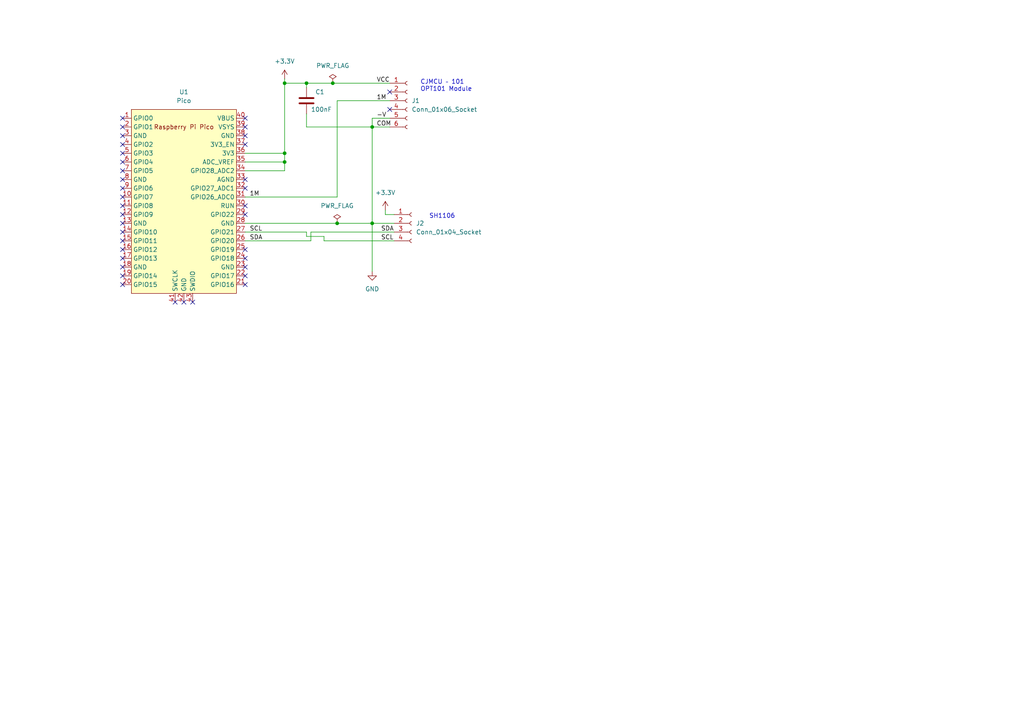
<source format=kicad_sch>
(kicad_sch (version 20230121) (generator eeschema)
  (paper "A4")
  (title_block (title "Raspberry Pico Flickertester") (company "Ulrich Bogensperger"))
  (lib_symbols
    (symbol "Connector:Conn_01x04_Socket" (pin_names (offset 1.016) hide)
      (property "Reference" "J" (at 0 5.08 0))
      (property "Value" "Conn_01x04_Socket" (at 0 -7.62 0))
      (symbol "Conn_01x04_Socket_1_1"
        (arc (start 0 -4.572) (mid -0.5058 -5.08) (end 0 -5.588) (stroke (width 0.1524)))
        (arc (start 0 -2.032) (mid -0.5058 -2.54) (end 0 -3.048) (stroke (width 0.1524)))
        (polyline (pts (xy -1.27 -5.08) (xy -0.508 -5.08)) (stroke (width 0.1524)))
        (polyline (pts (xy -1.27 -2.54) (xy -0.508 -2.54)) (stroke (width 0.1524)))
        (polyline (pts (xy -1.27 0) (xy -0.508 0)) (stroke (width 0.1524)))
        (polyline (pts (xy -1.27 2.54) (xy -0.508 2.54)) (stroke (width 0.1524)))
        (arc (start 0 0.508) (mid -0.5058 0) (end 0 -0.508) (stroke (width 0.1524)))
        (arc (start 0 3.048) (mid -0.5058 2.54) (end 0 2.032) (stroke (width 0.1524)))
        (pin passive line (at -5.08 2.54 0) (length 3.81) (name "Pin_1") (number "1"))
        (pin passive line (at -5.08 0 0) (length 3.81) (name "Pin_2") (number "2"))
        (pin passive line (at -5.08 -2.54 0) (length 3.81) (name "Pin_3") (number "3"))
        (pin passive line (at -5.08 -5.08 0) (length 3.81) (name "Pin_4") (number "4"))
      )
    )
    (symbol "Connector:Conn_01x06_Socket" (pin_names (offset 1.016) hide)
      (property "Reference" "J" (at 0 7.62 0))
      (property "Value" "Conn_01x06_Socket" (at 0 -10.16 0))
      (symbol "Conn_01x06_Socket_1_1"
        (arc (start 0 -7.112) (mid -0.5058 -7.62) (end 0 -8.128) (stroke (width 0.1524)))
        (arc (start 0 -4.572) (mid -0.5058 -5.08) (end 0 -5.588) (stroke (width 0.1524)))
        (arc (start 0 -2.032) (mid -0.5058 -2.54) (end 0 -3.048) (stroke (width 0.1524)))
        (polyline (pts (xy -1.27 -7.62) (xy -0.508 -7.62)) (stroke (width 0.1524)))
        (polyline (pts (xy -1.27 -5.08) (xy -0.508 -5.08)) (stroke (width 0.1524)))
        (polyline (pts (xy -1.27 -2.54) (xy -0.508 -2.54)) (stroke (width 0.1524)))
        (polyline (pts (xy -1.27 0) (xy -0.508 0)) (stroke (width 0.1524)))
        (polyline (pts (xy -1.27 2.54) (xy -0.508 2.54)) (stroke (width 0.1524)))
        (polyline (pts (xy -1.27 5.08) (xy -0.508 5.08)) (stroke (width 0.1524)))
        (arc (start 0 0.508) (mid -0.5058 0) (end 0 -0.508) (stroke (width 0.1524)))
        (arc (start 0 3.048) (mid -0.5058 2.54) (end 0 2.032) (stroke (width 0.1524)))
        (arc (start 0 5.588) (mid -0.5058 5.08) (end 0 4.572) (stroke (width 0.1524)))
        (pin passive line (at -5.08 5.08 0) (length 3.81) (name "Pin_1") (number "1"))
        (pin passive line (at -5.08 2.54 0) (length 3.81) (name "Pin_2") (number "2"))
        (pin passive line (at -5.08 0 0) (length 3.81) (name "Pin_3") (number "3"))
        (pin passive line (at -5.08 -2.54 0) (length 3.81) (name "Pin_4") (number "4"))
        (pin passive line (at -5.08 -5.08 0) (length 3.81) (name "Pin_5") (number "5"))
        (pin passive line (at -5.08 -7.62 0) (length 3.81) (name "Pin_6") (number "6"))
      )
    )
    (symbol "Device:C" (pin_numbers hide) (pin_names (offset 0.254))
      (property "Reference" "C" (at 0.635 2.54 0))
      (property "Value" "C" (at 0.635 -2.54 0))
      (symbol "C_0_1"
        (polyline (pts (xy -2.032 -0.762) (xy 2.032 -0.762)) (stroke (width 0.508)))
        (polyline (pts (xy -2.032 0.762) (xy 2.032 0.762)) (stroke (width 0.508)))
      )
      (symbol "C_1_1"
        (pin passive line (at 0 3.81 270) (length 2.794) (name "~") (number "1"))
        (pin passive line (at 0 -3.81 90) (length 2.794) (name "~") (number "2"))
      )
    )
    (symbol "MCU_RaspberryPi_and_Boards:Pico"
      (property "Reference" "U" (at -13.97 27.94 0))
      (property "Value" "Pico" (at 0 19.05 0))
      (symbol "Pico_0_0"
        (text "Raspberry Pi Pico" (at 0 21.59 0) (effects (font (size 1.27 1.27))))
      )
      (symbol "Pico_0_1"
        (rectangle (start -15.24 26.67) (end 15.24 -26.67) (fill (type background)))
      )
      (symbol "Pico_1_1"
        (pin bidirectional line (at -17.78 24.13 0) (length 2.54) (name "GPIO0") (number "1"))
        (pin bidirectional line (at -17.78 1.27 0) (length 2.54) (name "GPIO7") (number "10"))
        (pin bidirectional line (at -17.78 -1.27 0) (length 2.54) (name "GPIO8") (number "11"))
        (pin bidirectional line (at -17.78 -3.81 0) (length 2.54) (name "GPIO9") (number "12"))
        (pin power_in line (at -17.78 -6.35 0) (length 2.54) (name "GND") (number "13"))
        (pin bidirectional line (at -17.78 -8.89 0) (length 2.54) (name "GPIO10") (number "14"))
        (pin bidirectional line (at -17.78 -11.43 0) (length 2.54) (name "GPIO11") (number "15"))
        (pin bidirectional line (at -17.78 -13.97 0) (length 2.54) (name "GPIO12") (number "16"))
        (pin bidirectional line (at -17.78 -16.51 0) (length 2.54) (name "GPIO13") (number "17"))
        (pin power_in line (at -17.78 -19.05 0) (length 2.54) (name "GND") (number "18"))
        (pin bidirectional line (at -17.78 -21.59 0) (length 2.54) (name "GPIO14") (number "19"))
        (pin bidirectional line (at -17.78 21.59 0) (length 2.54) (name "GPIO1") (number "2"))
        (pin bidirectional line (at -17.78 -24.13 0) (length 2.54) (name "GPIO15") (number "20"))
        (pin bidirectional line (at 17.78 -24.13 180) (length 2.54) (name "GPIO16") (number "21"))
        (pin bidirectional line (at 17.78 -21.59 180) (length 2.54) (name "GPIO17") (number "22"))
        (pin power_in line (at 17.78 -19.05 180) (length 2.54) (name "GND") (number "23"))
        (pin bidirectional line (at 17.78 -16.51 180) (length 2.54) (name "GPIO18") (number "24"))
        (pin bidirectional line (at 17.78 -13.97 180) (length 2.54) (name "GPIO19") (number "25"))
        (pin bidirectional line (at 17.78 -11.43 180) (length 2.54) (name "GPIO20") (number "26"))
        (pin bidirectional line (at 17.78 -8.89 180) (length 2.54) (name "GPIO21") (number "27"))
        (pin power_in line (at 17.78 -6.35 180) (length 2.54) (name "GND") (number "28"))
        (pin bidirectional line (at 17.78 -3.81 180) (length 2.54) (name "GPIO22") (number "29"))
        (pin power_in line (at -17.78 19.05 0) (length 2.54) (name "GND") (number "3"))
        (pin input line (at 17.78 -1.27 180) (length 2.54) (name "RUN") (number "30"))
        (pin bidirectional line (at 17.78 1.27 180) (length 2.54) (name "GPIO26_ADC0") (number "31"))
        (pin bidirectional line (at 17.78 3.81 180) (length 2.54) (name "GPIO27_ADC1") (number "32"))
        (pin power_in line (at 17.78 6.35 180) (length 2.54) (name "AGND") (number "33"))
        (pin bidirectional line (at 17.78 8.89 180) (length 2.54) (name "GPIO28_ADC2") (number "34"))
        (pin power_in line (at 17.78 11.43 180) (length 2.54) (name "ADC_VREF") (number "35"))
        (pin power_in line (at 17.78 13.97 180) (length 2.54) (name "3V3") (number "36"))
        (pin input line (at 17.78 16.51 180) (length 2.54) (name "3V3_EN") (number "37"))
        (pin bidirectional line (at 17.78 19.05 180) (length 2.54) (name "GND") (number "38"))
        (pin power_in line (at 17.78 21.59 180) (length 2.54) (name "VSYS") (number "39"))
        (pin bidirectional line (at -17.78 16.51 0) (length 2.54) (name "GPIO2") (number "4"))
        (pin power_in line (at 17.78 24.13 180) (length 2.54) (name "VBUS") (number "40"))
        (pin input line (at -2.54 -29.21 90) (length 2.54) (name "SWCLK") (number "41"))
        (pin power_in line (at 0 -29.21 90) (length 2.54) (name "GND") (number "42"))
        (pin bidirectional line (at 2.54 -29.21 90) (length 2.54) (name "SWDIO") (number "43"))
        (pin bidirectional line (at -17.78 13.97 0) (length 2.54) (name "GPIO3") (number "5"))
        (pin bidirectional line (at -17.78 11.43 0) (length 2.54) (name "GPIO4") (number "6"))
        (pin bidirectional line (at -17.78 8.89 0) (length 2.54) (name "GPIO5") (number "7"))
        (pin power_in line (at -17.78 6.35 0) (length 2.54) (name "GND") (number "8"))
        (pin bidirectional line (at -17.78 3.81 0) (length 2.54) (name "GPIO6") (number "9"))
      )
    )
    (symbol "power:+3.3V" (power) (pin_names (offset 0))
      (property "Value" "+3.3V" (at 0 3.556 0))
      (symbol "+3.3V_0_1"
        (polyline (pts (xy -0.762 1.27) (xy 0 2.54)))
        (polyline (pts (xy 0 0) (xy 0 2.54)))
        (polyline (pts (xy 0 2.54) (xy 0.762 1.27)))
      )
      (symbol "+3.3V_1_1"
        (pin power_in line (at 0 0 90) (length 0) hide (name "+3.3V") (number "1"))
      )
    )
    (symbol "power:GND" (power) (pin_names (offset 0))
      (property "Value" "GND" (at 0 -3.81 0))
      (symbol "GND_0_1"
        (polyline (pts (xy 0 0) (xy 0 -1.27) (xy 1.27 -1.27) (xy 0 -2.54) (xy -1.27 -1.27) (xy 0 -1.27)))
      )
      (symbol "GND_1_1"
        (pin power_in line (at 0 0 270) (length 0) hide (name "GND") (number "1"))
      )
    )
    (symbol "power:PWR_FLAG" (power) (pin_numbers hide) (pin_names (offset 0) hide)
      (property "Value" "PWR_FLAG" (at 0 3.81 0))
      (symbol "PWR_FLAG_0_0"
        (pin power_out line (at 0 0 90) (length 0) (name "pwr") (number "1"))
      )
      (symbol "PWR_FLAG_0_1"
        (polyline (pts (xy 0 0) (xy 0 1.27) (xy -1.016 1.905) (xy 0 2.54) (xy 1.016 1.905) (xy 0 1.27)))
      )
    )
  )
  (junction (at 107.95 64.77))
  (junction (at 107.95 36.83))
  (junction (at 82.55 24.13))
  (junction (at 97.79 64.77))
  (junction (at 82.55 44.45))
  (junction (at 82.55 46.99))
  (junction (at 88.9 24.13))
  (junction (at 96.52 24.13))
  (no_connect (at 35.56 52.07))
  (no_connect (at 71.12 72.39))
  (no_connect (at 71.12 62.23))
  (no_connect (at 35.56 49.53))
  (no_connect (at 71.12 36.83))
  (no_connect (at 35.56 62.23))
  (no_connect (at 35.56 80.01))
  (no_connect (at 35.56 77.47))
  (no_connect (at 35.56 41.91))
  (no_connect (at 55.88 87.63))
  (no_connect (at 71.12 54.61))
  (no_connect (at 35.56 64.77))
  (no_connect (at 71.12 80.01))
  (no_connect (at 35.56 46.99))
  (no_connect (at 71.12 41.91))
  (no_connect (at 113.03 31.75))
  (no_connect (at 35.56 54.61))
  (no_connect (at 35.56 74.93))
  (no_connect (at 35.56 57.15))
  (no_connect (at 35.56 34.29))
  (no_connect (at 35.56 59.69))
  (no_connect (at 71.12 74.93))
  (no_connect (at 35.56 44.45))
  (no_connect (at 50.8 87.63))
  (no_connect (at 35.56 36.83))
  (no_connect (at 71.12 52.07))
  (no_connect (at 71.12 34.29))
  (no_connect (at 71.12 39.37))
  (no_connect (at 71.12 82.55))
  (no_connect (at 113.03 26.67))
  (no_connect (at 35.56 39.37))
  (no_connect (at 71.12 77.47))
  (no_connect (at 35.56 82.55))
  (no_connect (at 71.12 59.69))
  (no_connect (at 35.56 67.31))
  (no_connect (at 35.56 69.85))
  (no_connect (at 35.56 72.39))
  (no_connect (at 53.34 87.63))
  (wire (pts (xy 97.79 64.77) (xy 107.95 64.77)))
  (wire (pts (xy 90.17 67.31) (xy 114.3 67.31)))
  (wire (pts (xy 114.3 62.23) (xy 111.76 62.23)))
  (wire (pts (xy 88.9 24.13) (xy 96.52 24.13)))
  (wire (pts (xy 82.55 24.13) (xy 82.55 22.86)))
  (wire (pts (xy 71.12 67.31) (xy 88.9 67.31)))
  (wire (pts (xy 97.79 29.21) (xy 97.79 57.15)))
  (wire (pts (xy 107.95 64.77) (xy 114.3 64.77)))
  (wire (pts (xy 88.9 36.83) (xy 107.95 36.83)))
  (wire (pts (xy 113.03 34.29) (xy 107.95 34.29)))
  (wire (pts (xy 88.9 68.58) (xy 93.98 68.58)))
  (wire (pts (xy 82.55 49.53) (xy 82.55 46.99)))
  (wire (pts (xy 82.55 24.13) (xy 82.55 44.45)))
  (wire (pts (xy 113.03 29.21) (xy 97.79 29.21)))
  (wire (pts (xy 71.12 64.77) (xy 97.79 64.77)))
  (wire (pts (xy 88.9 25.4) (xy 88.9 24.13)))
  (wire (pts (xy 82.55 24.13) (xy 88.9 24.13)))
  (wire (pts (xy 71.12 49.53) (xy 82.55 49.53)))
  (wire (pts (xy 71.12 44.45) (xy 82.55 44.45)))
  (wire (pts (xy 107.95 34.29) (xy 107.95 36.83)))
  (wire (pts (xy 107.95 36.83) (xy 113.03 36.83)))
  (wire (pts (xy 107.95 36.83) (xy 107.95 64.77)))
  (wire (pts (xy 93.98 68.58) (xy 93.98 69.85)))
  (wire (pts (xy 107.95 64.77) (xy 107.95 78.74)))
  (wire (pts (xy 82.55 46.99) (xy 82.55 44.45)))
  (wire (pts (xy 97.79 57.15) (xy 71.12 57.15)))
  (wire (pts (xy 88.9 67.31) (xy 88.9 68.58)))
  (wire (pts (xy 88.9 33.02) (xy 88.9 36.83)))
  (wire (pts (xy 90.17 69.85) (xy 90.17 67.31)))
  (wire (pts (xy 71.12 69.85) (xy 90.17 69.85)))
  (wire (pts (xy 71.12 46.99) (xy 82.55 46.99)))
  (wire (pts (xy 93.98 69.85) (xy 114.3 69.85)))
  (wire (pts (xy 111.76 62.23) (xy 111.76 60.96)))
  (wire (pts (xy 96.52 24.13) (xy 113.03 24.13)))
  (text "SH1106" (at 124.46 63.5 0) (effects (font (size 1.27 1.27)) (justify left bottom)))
  (text "CJMCU – 101\nOPT101 Module" (at 121.92 26.67 0) (effects (font (size 1.27 1.27)) (justify left bottom)))
  (label "SDA" (at 110.49 67.31 0))
  (label "SCL" (at 72.39 67.31 0))
  (label "-V" (at 109.22 34.29 0))
  (label "VCC" (at 109.22 24.13 0))
  (label "COM" (at 109.22 36.83 0))
  (label "SDA" (at 72.39 69.85 0))
  (label "1M" (at 109.22 29.21 0))
  (label "1M" (at 72.39 57.15 0))
  (label "SCL" (at 110.49 69.85 0))
  (symbol (lib_id "power:+3.3V") (at 82.55 22.86 0) (unit 1)
    (property "Reference" "#PWR01" (effects hide))
    (property "Value" "+3.3V" (at 82.55 17.78 0))
  )
  (symbol (lib_id "power:+3.3V") (at 111.76 60.96 0) (unit 1)
    (property "Reference" "#PWR03" (effects hide))
    (property "Value" "+3.3V" (at 111.76 55.88 0))
  )
  (symbol (lib_id "power:PWR_FLAG") (at 97.79 64.77 0) (unit 1)
    (property "Reference" "#FLG02" (effects hide))
    (property "Value" "PWR_FLAG" (at 97.79 59.69 0))
  )
  (symbol (lib_id "Connector:Conn_01x06_Socket") (at 118.11 29.21 0) (unit 1)
    (property "Reference" "J1" (at 119.38 29.21 0) (effects (justify left)))
    (property "Value" "Conn_01x06_Socket" (at 119.38 31.75 0) (effects (justify left)))
    (property "Footprint" "Connector_PinSocket_2.54mm:PinSocket_1x06_P2.54mm_Vertical" (effects hide))
  )
  (symbol (lib_id "power:GND") (at 107.95 78.74 0) (unit 1)
    (property "Reference" "#PWR02" (effects hide))
    (property "Value" "GND" (at 107.95 83.82 0))
  )
  (symbol (lib_id "power:PWR_FLAG") (at 96.52 24.13 0) (unit 1)
    (property "Reference" "#FLG01" (effects hide))
    (property "Value" "PWR_FLAG" (at 96.52 19.05 0))
  )
  (symbol (lib_id "Device:C") (at 88.9 29.21 0) (unit 1)
    (property "Reference" "C1" (at 91.44 26.67 0) (effects (justify left)))
    (property "Value" "100nF" (at 90.17 31.75 0) (effects (justify left)))
    (property "Footprint" "Capacitor_THT:CP_Radial_D5.0mm_P2.50mm" (effects hide))
  )
  (symbol (lib_id "Connector:Conn_01x04_Socket") (at 119.38 64.77 0) (unit 1)
    (property "Reference" "J2" (at 120.65 64.77 0) (effects (justify left)))
    (property "Value" "Conn_01x04_Socket" (at 120.65 67.31 0) (effects (justify left)))
    (property "Footprint" "Connector_PinSocket_2.54mm:PinSocket_1x04_P2.54mm_Vertical" (effects hide))
  )
  (symbol (lib_id "MCU_RaspberryPi_and_Boards:Pico") (at 53.34 58.42 0) (unit 1)
    (property "Reference" "U1" (at 53.34 26.67 0))
    (property "Value" "Pico" (at 53.34 29.21 0))
    (property "Footprint" "MCU_RaspberryPi_and_Boards:RPi_Pico_SMD_TH" (effects hide))
  )
)
</source>
